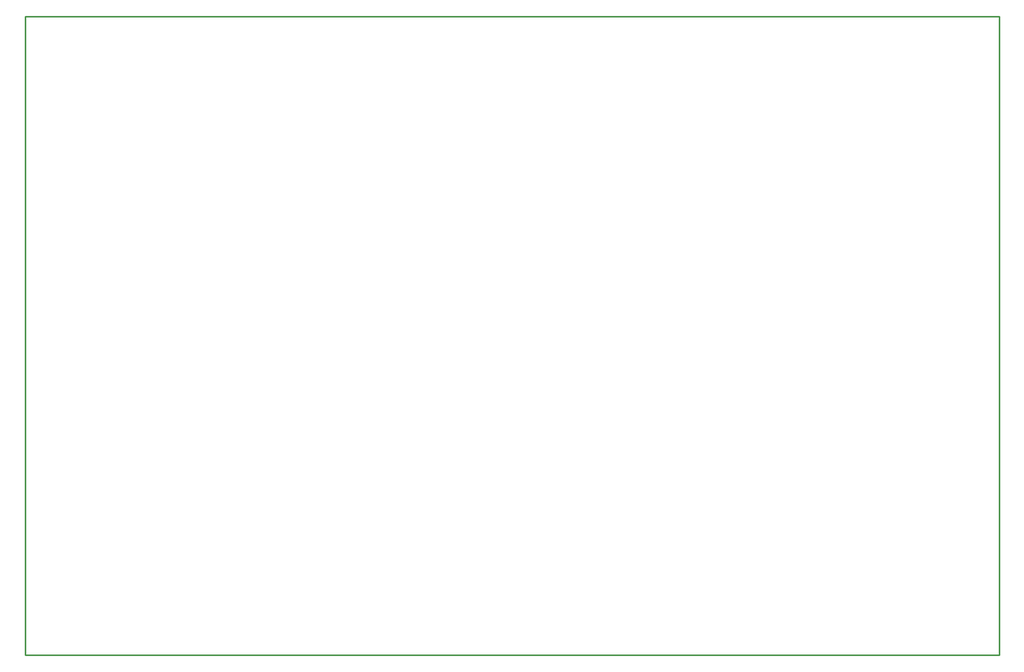
<source format=gm1>
G04*
G04 #@! TF.GenerationSoftware,Altium Limited,Altium Designer,20.2.6 (244)*
G04*
G04 Layer_Color=16711935*
%FSLAX25Y25*%
%MOIN*%
G70*
G04*
G04 #@! TF.SameCoordinates,CB8E9BAA-E3AC-43CE-A0A6-8ADA10DC06ED*
G04*
G04*
G04 #@! TF.FilePolarity,Positive*
G04*
G01*
G75*
%ADD15C,0.01000*%
D15*
X0Y413386D02*
X629921D01*
Y0D02*
Y413386D01*
X-0Y292876D02*
X0Y117025D01*
Y0D02*
Y117025D01*
X-0Y292876D02*
Y413386D01*
X0Y0D02*
X629921D01*
M02*

</source>
